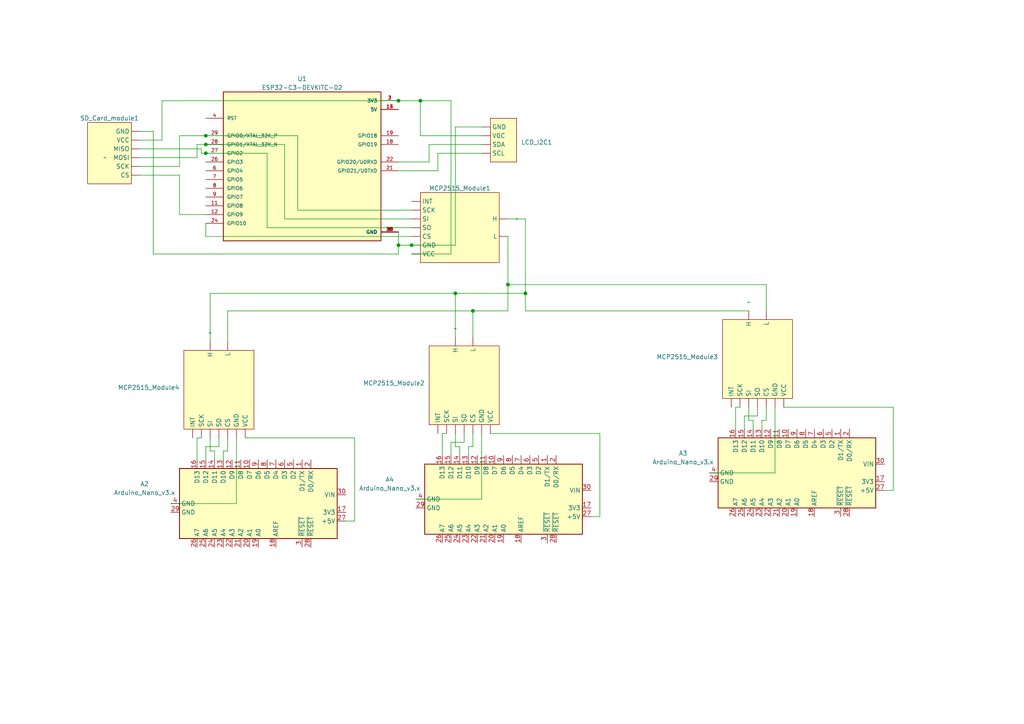
<source format=kicad_sch>
(kicad_sch (version 20230121) (generator eeschema)

  (uuid 47f460ff-5de8-4d8f-925a-72af6b9a6795)

  (paper "A4")

  (lib_symbols
    (symbol "BAJA:LCD_Screen" (in_bom yes) (on_board yes)
      (property "Reference" "LCD_I2C1" (at -1.905 -6.35 90)
        (effects (font (size 1.27 1.27)) (justify right))
      )
      (property "Value" "~" (at 0 0 0)
        (effects (font (size 1.27 1.27)))
      )
      (property "Footprint" "" (at 0 0 0)
        (effects (font (size 1.27 1.27)) hide)
      )
      (property "Datasheet" "" (at 0 0 0)
        (effects (font (size 1.27 1.27)) hide)
      )
      (symbol "LCD_Screen_1_1"
        (rectangle (start -7.62 2.54) (end 5.08 -5.08)
          (stroke (width 0) (type default))
          (fill (type background))
        )
        (pin bidirectional line (at 2.54 5.08 270) (length 2.54)
          (name "GND" (effects (font (size 1.27 1.27))))
          (number "" (effects (font (size 1.27 1.27))))
        )
        (pin bidirectional line (at -5.08 5.08 270) (length 2.54)
          (name "SCL" (effects (font (size 1.27 1.27))))
          (number "" (effects (font (size 1.27 1.27))))
        )
        (pin bidirectional line (at -2.54 5.08 270) (length 2.54)
          (name "SDA" (effects (font (size 1.27 1.27))))
          (number "" (effects (font (size 1.27 1.27))))
        )
        (pin power_in line (at 0 5.08 270) (length 2.54)
          (name "VCC" (effects (font (size 1.27 1.27))))
          (number "" (effects (font (size 1.27 1.27))))
        )
      )
    )
    (symbol "BAJA:MCP2515_Module" (in_bom yes) (on_board yes)
      (property "Reference" "MCP2515_Module4" (at -11.43 -8.255 0)
        (effects (font (size 1.27 1.27)) (justify right))
      )
      (property "Value" "~" (at -2.54 7.62 0)
        (effects (font (size 1.27 1.27)))
      )
      (property "Footprint" "" (at -2.54 7.62 0)
        (effects (font (size 1.27 1.27)) hide)
      )
      (property "Datasheet" "" (at -2.54 7.62 0)
        (effects (font (size 1.27 1.27)) hide)
      )
      (symbol "MCP2515_Module_1_1"
        (rectangle (start -10.16 2.54) (end 10.16 -20.32)
          (stroke (width 0) (type default))
          (fill (type background))
        )
        (pin bidirectional line (at 2.54 -22.86 90) (length 2.54)
          (name "CS" (effects (font (size 1.27 1.27))))
          (number "" (effects (font (size 1.27 1.27))))
        )
        (pin bidirectional line (at 5.08 -22.86 90) (length 2.54)
          (name "GND" (effects (font (size 1.27 1.27))))
          (number "" (effects (font (size 1.27 1.27))))
        )
        (pin bidirectional line (at -2.54 5.08 270) (length 2.54)
          (name "H" (effects (font (size 1.27 1.27))))
          (number "" (effects (font (size 1.27 1.27))))
        )
        (pin bidirectional line (at -7.62 -22.86 90) (length 2.54)
          (name "INT" (effects (font (size 1.27 1.27))))
          (number "" (effects (font (size 1.27 1.27))))
        )
        (pin bidirectional line (at 2.54 5.08 270) (length 2.54)
          (name "L" (effects (font (size 1.27 1.27))))
          (number "" (effects (font (size 1.27 1.27))))
        )
        (pin bidirectional line (at -5.08 -22.86 90) (length 2.54)
          (name "SCK" (effects (font (size 1.27 1.27))))
          (number "" (effects (font (size 1.27 1.27))))
        )
        (pin bidirectional line (at -2.54 -22.86 90) (length 2.54)
          (name "SI" (effects (font (size 1.27 1.27))))
          (number "" (effects (font (size 1.27 1.27))))
        )
        (pin bidirectional line (at 0 -22.86 90) (length 2.54)
          (name "SO" (effects (font (size 1.27 1.27))))
          (number "" (effects (font (size 1.27 1.27))))
        )
        (pin power_in line (at 7.62 -22.86 90) (length 2.54)
          (name "VCC" (effects (font (size 1.27 1.27))))
          (number "" (effects (font (size 1.27 1.27))))
        )
      )
    )
    (symbol "BAJA:SD_Card_Module" (in_bom yes) (on_board yes)
      (property "Reference" "SD_Card_module1" (at 10.16 2.54 0)
        (effects (font (size 1.27 1.27)) (justify left))
      )
      (property "Value" "~" (at 0 0 0)
        (effects (font (size 1.27 1.27)))
      )
      (property "Footprint" "" (at 0 0 0)
        (effects (font (size 1.27 1.27)) hide)
      )
      (property "Datasheet" "" (at 0 0 0)
        (effects (font (size 1.27 1.27)) hide)
      )
      (symbol "SD_Card_Module_1_1"
        (rectangle (start -7.62 7.62) (end 5.08 -10.16)
          (stroke (width 0) (type default))
          (fill (type background))
        )
        (pin output line (at -10.16 5.08 0) (length 2.54)
          (name "CS" (effects (font (size 1.27 1.27))))
          (number "" (effects (font (size 1.27 1.27))))
        )
        (pin output line (at -10.16 -7.62 0) (length 2.54)
          (name "GND" (effects (font (size 1.27 1.27))))
          (number "" (effects (font (size 1.27 1.27))))
        )
        (pin output line (at -10.16 -2.54 0) (length 2.54)
          (name "MISO" (effects (font (size 1.27 1.27))))
          (number "" (effects (font (size 1.27 1.27))))
        )
        (pin output line (at -10.16 0 0) (length 2.54)
          (name "MOSI" (effects (font (size 1.27 1.27))))
          (number "" (effects (font (size 1.27 1.27))))
        )
        (pin output line (at -10.16 2.54 0) (length 2.54)
          (name "SCK" (effects (font (size 1.27 1.27))))
          (number "" (effects (font (size 1.27 1.27))))
        )
        (pin output line (at -10.16 -5.08 0) (length 2.54)
          (name "VCC" (effects (font (size 1.27 1.27))))
          (number "" (effects (font (size 1.27 1.27))))
        )
      )
    )
    (symbol "ESP32-C3-DEVKITC-02:ESP32-C3-DEVKITC-02" (pin_names (offset 1.016)) (in_bom yes) (on_board yes)
      (property "Reference" "U" (at -22.86 21.209 0)
        (effects (font (size 1.27 1.27)) (justify left bottom))
      )
      (property "Value" "ESP32-C3-DEVKITC-02" (at -22.86 -25.4 0)
        (effects (font (size 1.27 1.27)) (justify left bottom))
      )
      (property "Footprint" "XCVR_ESP32-C3-DEVKITC-02" (at 0 0 0)
        (effects (font (size 1.27 1.27)) (justify bottom) hide)
      )
      (property "Datasheet" "" (at 0 0 0)
        (effects (font (size 1.27 1.27)) hide)
      )
      (property "MANUFACTURER" "Espressif" (at 0 0 0)
        (effects (font (size 1.27 1.27)) (justify bottom) hide)
      )
      (property "STANDARD" "Manufacturer Recommendations" (at 0 0 0)
        (effects (font (size 1.27 1.27)) (justify bottom) hide)
      )
      (symbol "ESP32-C3-DEVKITC-02_0_0"
        (rectangle (start -22.86 -22.86) (end 22.86 20.32)
          (stroke (width 0.254) (type default))
          (fill (type background))
        )
        (pin power_in line (at 27.94 -20.32 180) (length 5.08)
          (name "GND" (effects (font (size 1.016 1.016))))
          (number "1" (effects (font (size 1.016 1.016))))
        )
        (pin power_in line (at 27.94 -20.32 180) (length 5.08)
          (name "GND" (effects (font (size 1.016 1.016))))
          (number "10" (effects (font (size 1.016 1.016))))
        )
        (pin bidirectional line (at -27.94 -12.7 0) (length 5.08)
          (name "GPIO8" (effects (font (size 1.016 1.016))))
          (number "11" (effects (font (size 1.016 1.016))))
        )
        (pin bidirectional line (at -27.94 -15.24 0) (length 5.08)
          (name "GPIO9" (effects (font (size 1.016 1.016))))
          (number "12" (effects (font (size 1.016 1.016))))
        )
        (pin power_in line (at 27.94 15.24 180) (length 5.08)
          (name "5V" (effects (font (size 1.016 1.016))))
          (number "13" (effects (font (size 1.016 1.016))))
        )
        (pin power_in line (at 27.94 15.24 180) (length 5.08)
          (name "5V" (effects (font (size 1.016 1.016))))
          (number "14" (effects (font (size 1.016 1.016))))
        )
        (pin power_in line (at 27.94 -20.32 180) (length 5.08)
          (name "GND" (effects (font (size 1.016 1.016))))
          (number "15" (effects (font (size 1.016 1.016))))
        )
        (pin power_in line (at 27.94 -20.32 180) (length 5.08)
          (name "GND" (effects (font (size 1.016 1.016))))
          (number "16" (effects (font (size 1.016 1.016))))
        )
        (pin power_in line (at 27.94 -20.32 180) (length 5.08)
          (name "GND" (effects (font (size 1.016 1.016))))
          (number "17" (effects (font (size 1.016 1.016))))
        )
        (pin bidirectional line (at 27.94 5.08 180) (length 5.08)
          (name "GPIO19" (effects (font (size 1.016 1.016))))
          (number "18" (effects (font (size 1.016 1.016))))
        )
        (pin bidirectional line (at 27.94 7.62 180) (length 5.08)
          (name "GPIO18" (effects (font (size 1.016 1.016))))
          (number "19" (effects (font (size 1.016 1.016))))
        )
        (pin power_in line (at 27.94 17.78 180) (length 5.08)
          (name "3V3" (effects (font (size 1.016 1.016))))
          (number "2" (effects (font (size 1.016 1.016))))
        )
        (pin power_in line (at 27.94 -20.32 180) (length 5.08)
          (name "GND" (effects (font (size 1.016 1.016))))
          (number "20" (effects (font (size 1.016 1.016))))
        )
        (pin bidirectional line (at 27.94 -2.54 180) (length 5.08)
          (name "GPIO21/U0TXD" (effects (font (size 1.016 1.016))))
          (number "21" (effects (font (size 1.016 1.016))))
        )
        (pin bidirectional line (at 27.94 0 180) (length 5.08)
          (name "GPIO20/U0RXD" (effects (font (size 1.016 1.016))))
          (number "22" (effects (font (size 1.016 1.016))))
        )
        (pin power_in line (at 27.94 -20.32 180) (length 5.08)
          (name "GND" (effects (font (size 1.016 1.016))))
          (number "23" (effects (font (size 1.016 1.016))))
        )
        (pin bidirectional line (at -27.94 -17.78 0) (length 5.08)
          (name "GPIO10" (effects (font (size 1.016 1.016))))
          (number "24" (effects (font (size 1.016 1.016))))
        )
        (pin power_in line (at 27.94 -20.32 180) (length 5.08)
          (name "GND" (effects (font (size 1.016 1.016))))
          (number "25" (effects (font (size 1.016 1.016))))
        )
        (pin bidirectional line (at -27.94 0 0) (length 5.08)
          (name "GPIO3" (effects (font (size 1.016 1.016))))
          (number "26" (effects (font (size 1.016 1.016))))
        )
        (pin bidirectional line (at -27.94 2.54 0) (length 5.08)
          (name "GPIO2" (effects (font (size 1.016 1.016))))
          (number "27" (effects (font (size 1.016 1.016))))
        )
        (pin bidirectional line (at -27.94 5.08 0) (length 5.08)
          (name "GPIO1/XTAL_32K_N" (effects (font (size 1.016 1.016))))
          (number "28" (effects (font (size 1.016 1.016))))
        )
        (pin bidirectional line (at -27.94 7.62 0) (length 5.08)
          (name "GPIO0/XTAL_32K_P" (effects (font (size 1.016 1.016))))
          (number "29" (effects (font (size 1.016 1.016))))
        )
        (pin power_in line (at 27.94 17.78 180) (length 5.08)
          (name "3V3" (effects (font (size 1.016 1.016))))
          (number "3" (effects (font (size 1.016 1.016))))
        )
        (pin power_in line (at 27.94 -20.32 180) (length 5.08)
          (name "GND" (effects (font (size 1.016 1.016))))
          (number "30" (effects (font (size 1.016 1.016))))
        )
        (pin input line (at -27.94 12.7 0) (length 5.08)
          (name "RST" (effects (font (size 1.016 1.016))))
          (number "4" (effects (font (size 1.016 1.016))))
        )
        (pin power_in line (at 27.94 -20.32 180) (length 5.08)
          (name "GND" (effects (font (size 1.016 1.016))))
          (number "5" (effects (font (size 1.016 1.016))))
        )
        (pin bidirectional line (at -27.94 -2.54 0) (length 5.08)
          (name "GPIO4" (effects (font (size 1.016 1.016))))
          (number "6" (effects (font (size 1.016 1.016))))
        )
        (pin bidirectional line (at -27.94 -5.08 0) (length 5.08)
          (name "GPIO5" (effects (font (size 1.016 1.016))))
          (number "7" (effects (font (size 1.016 1.016))))
        )
        (pin bidirectional line (at -27.94 -7.62 0) (length 5.08)
          (name "GPIO6" (effects (font (size 1.016 1.016))))
          (number "8" (effects (font (size 1.016 1.016))))
        )
        (pin bidirectional line (at -27.94 -10.16 0) (length 5.08)
          (name "GPIO7" (effects (font (size 1.016 1.016))))
          (number "9" (effects (font (size 1.016 1.016))))
        )
      )
    )
    (symbol "MCP2515_Module_1" (in_bom yes) (on_board yes)
      (property "Reference" "MCP2515_Module2" (at -11.43 -8.255 0)
        (effects (font (size 1.27 1.27)) (justify right))
      )
      (property "Value" "~" (at -2.54 7.62 0)
        (effects (font (size 1.27 1.27)))
      )
      (property "Footprint" "" (at -2.54 7.62 0)
        (effects (font (size 1.27 1.27)) hide)
      )
      (property "Datasheet" "" (at -2.54 7.62 0)
        (effects (font (size 1.27 1.27)) hide)
      )
      (symbol "MCP2515_Module_1_1_1"
        (rectangle (start -10.16 2.54) (end 10.16 -20.32)
          (stroke (width 0) (type default))
          (fill (type background))
        )
        (pin bidirectional line (at 2.54 -22.86 90) (length 2.54)
          (name "CS" (effects (font (size 1.27 1.27))))
          (number "" (effects (font (size 1.27 1.27))))
        )
        (pin bidirectional line (at 5.08 -22.86 90) (length 2.54)
          (name "GND" (effects (font (size 1.27 1.27))))
          (number "" (effects (font (size 1.27 1.27))))
        )
        (pin bidirectional line (at -2.54 5.08 270) (length 2.54)
          (name "H" (effects (font (size 1.27 1.27))))
          (number "" (effects (font (size 1.27 1.27))))
        )
        (pin bidirectional line (at -7.62 -22.86 90) (length 2.54)
          (name "INT" (effects (font (size 1.27 1.27))))
          (number "" (effects (font (size 1.27 1.27))))
        )
        (pin bidirectional line (at 2.54 5.08 270) (length 2.54)
          (name "L" (effects (font (size 1.27 1.27))))
          (number "" (effects (font (size 1.27 1.27))))
        )
        (pin bidirectional line (at -5.08 -22.86 90) (length 2.54)
          (name "SCK" (effects (font (size 1.27 1.27))))
          (number "" (effects (font (size 1.27 1.27))))
        )
        (pin bidirectional line (at -2.54 -22.86 90) (length 2.54)
          (name "SI" (effects (font (size 1.27 1.27))))
          (number "" (effects (font (size 1.27 1.27))))
        )
        (pin bidirectional line (at 0 -22.86 90) (length 2.54)
          (name "SO" (effects (font (size 1.27 1.27))))
          (number "" (effects (font (size 1.27 1.27))))
        )
        (pin power_in line (at 7.62 -22.86 90) (length 2.54)
          (name "VCC" (effects (font (size 1.27 1.27))))
          (number "" (effects (font (size 1.27 1.27))))
        )
      )
    )
    (symbol "MCP2515_Module_2" (in_bom yes) (on_board yes)
      (property "Reference" "MCP2515_Module1" (at -11.43 -8.89 90)
        (effects (font (size 1.27 1.27)))
      )
      (property "Value" "~" (at -2.54 7.62 0)
        (effects (font (size 1.27 1.27)))
      )
      (property "Footprint" "" (at -2.54 7.62 0)
        (effects (font (size 1.27 1.27)) hide)
      )
      (property "Datasheet" "" (at -2.54 7.62 0)
        (effects (font (size 1.27 1.27)) hide)
      )
      (symbol "MCP2515_Module_2_1_1"
        (rectangle (start -10.16 2.54) (end 10.16 -20.32)
          (stroke (width 0) (type default))
          (fill (type background))
        )
        (pin bidirectional line (at 2.54 -22.86 90) (length 2.54)
          (name "CS" (effects (font (size 1.27 1.27))))
          (number "" (effects (font (size 1.27 1.27))))
        )
        (pin bidirectional line (at 5.08 -22.86 90) (length 2.54)
          (name "GND" (effects (font (size 1.27 1.27))))
          (number "" (effects (font (size 1.27 1.27))))
        )
        (pin bidirectional line (at -2.54 5.08 270) (length 2.54)
          (name "H" (effects (font (size 1.27 1.27))))
          (number "" (effects (font (size 1.27 1.27))))
        )
        (pin bidirectional line (at -7.62 -22.86 90) (length 2.54)
          (name "INT" (effects (font (size 1.27 1.27))))
          (number "" (effects (font (size 1.27 1.27))))
        )
        (pin bidirectional line (at 2.54 5.08 270) (length 2.54)
          (name "L" (effects (font (size 1.27 1.27))))
          (number "" (effects (font (size 1.27 1.27))))
        )
        (pin bidirectional line (at -5.08 -22.86 90) (length 2.54)
          (name "SCK" (effects (font (size 1.27 1.27))))
          (number "" (effects (font (size 1.27 1.27))))
        )
        (pin bidirectional line (at -2.54 -22.86 90) (length 2.54)
          (name "SI" (effects (font (size 1.27 1.27))))
          (number "" (effects (font (size 1.27 1.27))))
        )
        (pin bidirectional line (at 0 -22.86 90) (length 2.54)
          (name "SO" (effects (font (size 1.27 1.27))))
          (number "" (effects (font (size 1.27 1.27))))
        )
        (pin power_in line (at 7.62 -22.86 90) (length 2.54)
          (name "VCC" (effects (font (size 1.27 1.27))))
          (number "" (effects (font (size 1.27 1.27))))
        )
      )
    )
    (symbol "MCP2515_Module_3" (in_bom yes) (on_board yes)
      (property "Reference" "MCP2515_Module3" (at -11.43 -8.255 0)
        (effects (font (size 1.27 1.27)) (justify right))
      )
      (property "Value" "~" (at -2.54 7.62 0)
        (effects (font (size 1.27 1.27)))
      )
      (property "Footprint" "" (at -2.54 7.62 0)
        (effects (font (size 1.27 1.27)) hide)
      )
      (property "Datasheet" "" (at -2.54 7.62 0)
        (effects (font (size 1.27 1.27)) hide)
      )
      (symbol "MCP2515_Module_3_1_1"
        (rectangle (start -10.16 2.54) (end 10.16 -20.32)
          (stroke (width 0) (type default))
          (fill (type background))
        )
        (pin bidirectional line (at 2.54 -22.86 90) (length 2.54)
          (name "CS" (effects (font (size 1.27 1.27))))
          (number "" (effects (font (size 1.27 1.27))))
        )
        (pin bidirectional line (at 5.08 -22.86 90) (length 2.54)
          (name "GND" (effects (font (size 1.27 1.27))))
          (number "" (effects (font (size 1.27 1.27))))
        )
        (pin bidirectional line (at -2.54 5.08 270) (length 2.54)
          (name "H" (effects (font (size 1.27 1.27))))
          (number "" (effects (font (size 1.27 1.27))))
        )
        (pin bidirectional line (at -7.62 -22.86 90) (length 2.54)
          (name "INT" (effects (font (size 1.27 1.27))))
          (number "" (effects (font (size 1.27 1.27))))
        )
        (pin bidirectional line (at 2.54 5.08 270) (length 2.54)
          (name "L" (effects (font (size 1.27 1.27))))
          (number "" (effects (font (size 1.27 1.27))))
        )
        (pin bidirectional line (at -5.08 -22.86 90) (length 2.54)
          (name "SCK" (effects (font (size 1.27 1.27))))
          (number "" (effects (font (size 1.27 1.27))))
        )
        (pin bidirectional line (at -2.54 -22.86 90) (length 2.54)
          (name "SI" (effects (font (size 1.27 1.27))))
          (number "" (effects (font (size 1.27 1.27))))
        )
        (pin bidirectional line (at 0 -22.86 90) (length 2.54)
          (name "SO" (effects (font (size 1.27 1.27))))
          (number "" (effects (font (size 1.27 1.27))))
        )
        (pin power_in line (at 7.62 -22.86 90) (length 2.54)
          (name "VCC" (effects (font (size 1.27 1.27))))
          (number "" (effects (font (size 1.27 1.27))))
        )
      )
    )
    (symbol "MCU_Module:Arduino_Nano_v3.x" (in_bom yes) (on_board yes)
      (property "Reference" "A" (at -10.16 23.495 0)
        (effects (font (size 1.27 1.27)) (justify left bottom))
      )
      (property "Value" "Arduino_Nano_v3.x" (at 5.08 -24.13 0)
        (effects (font (size 1.27 1.27)) (justify left top))
      )
      (property "Footprint" "Module:Arduino_Nano" (at 0 0 0)
        (effects (font (size 1.27 1.27) italic) hide)
      )
      (property "Datasheet" "http://www.mouser.com/pdfdocs/Gravitech_Arduino_Nano3_0.pdf" (at 0 0 0)
        (effects (font (size 1.27 1.27)) hide)
      )
      (property "ki_keywords" "Arduino nano microcontroller module USB" (at 0 0 0)
        (effects (font (size 1.27 1.27)) hide)
      )
      (property "ki_description" "Arduino Nano v3.x" (at 0 0 0)
        (effects (font (size 1.27 1.27)) hide)
      )
      (property "ki_fp_filters" "Arduino*Nano*" (at 0 0 0)
        (effects (font (size 1.27 1.27)) hide)
      )
      (symbol "Arduino_Nano_v3.x_0_1"
        (rectangle (start -10.16 22.86) (end 10.16 -22.86)
          (stroke (width 0.254) (type default))
          (fill (type background))
        )
      )
      (symbol "Arduino_Nano_v3.x_1_1"
        (pin bidirectional line (at -12.7 12.7 0) (length 2.54)
          (name "D1/TX" (effects (font (size 1.27 1.27))))
          (number "1" (effects (font (size 1.27 1.27))))
        )
        (pin bidirectional line (at -12.7 -2.54 0) (length 2.54)
          (name "D7" (effects (font (size 1.27 1.27))))
          (number "10" (effects (font (size 1.27 1.27))))
        )
        (pin bidirectional line (at -12.7 -5.08 0) (length 2.54)
          (name "D8" (effects (font (size 1.27 1.27))))
          (number "11" (effects (font (size 1.27 1.27))))
        )
        (pin bidirectional line (at -12.7 -7.62 0) (length 2.54)
          (name "D9" (effects (font (size 1.27 1.27))))
          (number "12" (effects (font (size 1.27 1.27))))
        )
        (pin bidirectional line (at -12.7 -10.16 0) (length 2.54)
          (name "D10" (effects (font (size 1.27 1.27))))
          (number "13" (effects (font (size 1.27 1.27))))
        )
        (pin bidirectional line (at -12.7 -12.7 0) (length 2.54)
          (name "D11" (effects (font (size 1.27 1.27))))
          (number "14" (effects (font (size 1.27 1.27))))
        )
        (pin bidirectional line (at -12.7 -15.24 0) (length 2.54)
          (name "D12" (effects (font (size 1.27 1.27))))
          (number "15" (effects (font (size 1.27 1.27))))
        )
        (pin bidirectional line (at -12.7 -17.78 0) (length 2.54)
          (name "D13" (effects (font (size 1.27 1.27))))
          (number "16" (effects (font (size 1.27 1.27))))
        )
        (pin power_out line (at 2.54 25.4 270) (length 2.54)
          (name "3V3" (effects (font (size 1.27 1.27))))
          (number "17" (effects (font (size 1.27 1.27))))
        )
        (pin input line (at 12.7 5.08 180) (length 2.54)
          (name "AREF" (effects (font (size 1.27 1.27))))
          (number "18" (effects (font (size 1.27 1.27))))
        )
        (pin bidirectional line (at 12.7 0 180) (length 2.54)
          (name "A0" (effects (font (size 1.27 1.27))))
          (number "19" (effects (font (size 1.27 1.27))))
        )
        (pin bidirectional line (at -12.7 15.24 0) (length 2.54)
          (name "D0/RX" (effects (font (size 1.27 1.27))))
          (number "2" (effects (font (size 1.27 1.27))))
        )
        (pin bidirectional line (at 12.7 -2.54 180) (length 2.54)
          (name "A1" (effects (font (size 1.27 1.27))))
          (number "20" (effects (font (size 1.27 1.27))))
        )
        (pin bidirectional line (at 12.7 -5.08 180) (length 2.54)
          (name "A2" (effects (font (size 1.27 1.27))))
          (number "21" (effects (font (size 1.27 1.27))))
        )
        (pin bidirectional line (at 12.7 -7.62 180) (length 2.54)
          (name "A3" (effects (font (size 1.27 1.27))))
          (number "22" (effects (font (size 1.27 1.27))))
        )
        (pin bidirectional line (at 12.7 -10.16 180) (length 2.54)
          (name "A4" (effects (font (size 1.27 1.27))))
          (number "23" (effects (font (size 1.27 1.27))))
        )
        (pin bidirectional line (at 12.7 -12.7 180) (length 2.54)
          (name "A5" (effects (font (size 1.27 1.27))))
          (number "24" (effects (font (size 1.27 1.27))))
        )
        (pin bidirectional line (at 12.7 -15.24 180) (length 2.54)
          (name "A6" (effects (font (size 1.27 1.27))))
          (number "25" (effects (font (size 1.27 1.27))))
        )
        (pin bidirectional line (at 12.7 -17.78 180) (length 2.54)
          (name "A7" (effects (font (size 1.27 1.27))))
          (number "26" (effects (font (size 1.27 1.27))))
        )
        (pin power_out line (at 5.08 25.4 270) (length 2.54)
          (name "+5V" (effects (font (size 1.27 1.27))))
          (number "27" (effects (font (size 1.27 1.27))))
        )
        (pin input line (at 12.7 15.24 180) (length 2.54)
          (name "~{RESET}" (effects (font (size 1.27 1.27))))
          (number "28" (effects (font (size 1.27 1.27))))
        )
        (pin power_in line (at 2.54 -25.4 90) (length 2.54)
          (name "GND" (effects (font (size 1.27 1.27))))
          (number "29" (effects (font (size 1.27 1.27))))
        )
        (pin input line (at 12.7 12.7 180) (length 2.54)
          (name "~{RESET}" (effects (font (size 1.27 1.27))))
          (number "3" (effects (font (size 1.27 1.27))))
        )
        (pin power_in line (at -2.54 25.4 270) (length 2.54)
          (name "VIN" (effects (font (size 1.27 1.27))))
          (number "30" (effects (font (size 1.27 1.27))))
        )
        (pin power_in line (at 0 -25.4 90) (length 2.54)
          (name "GND" (effects (font (size 1.27 1.27))))
          (number "4" (effects (font (size 1.27 1.27))))
        )
        (pin bidirectional line (at -12.7 10.16 0) (length 2.54)
          (name "D2" (effects (font (size 1.27 1.27))))
          (number "5" (effects (font (size 1.27 1.27))))
        )
        (pin bidirectional line (at -12.7 7.62 0) (length 2.54)
          (name "D3" (effects (font (size 1.27 1.27))))
          (number "6" (effects (font (size 1.27 1.27))))
        )
        (pin bidirectional line (at -12.7 5.08 0) (length 2.54)
          (name "D4" (effects (font (size 1.27 1.27))))
          (number "7" (effects (font (size 1.27 1.27))))
        )
        (pin bidirectional line (at -12.7 2.54 0) (length 2.54)
          (name "D5" (effects (font (size 1.27 1.27))))
          (number "8" (effects (font (size 1.27 1.27))))
        )
        (pin bidirectional line (at -12.7 0 0) (length 2.54)
          (name "D6" (effects (font (size 1.27 1.27))))
          (number "9" (effects (font (size 1.27 1.27))))
        )
      )
    )
  )

  (junction (at 147.32 82.55) (diameter 0) (color 0 0 0 0)
    (uuid 19727c92-3a23-4a9f-88a8-28d07e888f75)
  )
  (junction (at 119.38 71.12) (diameter 0) (color 0 0 0 0)
    (uuid 210ada92-6c6e-45fd-8e1c-8707148b08dc)
  )
  (junction (at 115.57 71.12) (diameter 0) (color 0 0 0 0)
    (uuid 25c916fc-5327-47d3-8868-d07257a592aa)
  )
  (junction (at 115.57 29.21) (diameter 0) (color 0 0 0 0)
    (uuid 6b873986-6ff2-4382-8c5f-54474941ab9c)
  )
  (junction (at 59.69 41.91) (diameter 0) (color 0 0 0 0)
    (uuid 86705884-92f5-4f11-837b-3ec42fce16ff)
  )
  (junction (at 121.92 29.21) (diameter 0) (color 0 0 0 0)
    (uuid 97d84ccc-c846-482e-9c24-da0f3df45309)
  )
  (junction (at 132.08 85.09) (diameter 0) (color 0 0 0 0)
    (uuid 9e3d759b-54d7-452f-9ce8-9a5d4ed3f56b)
  )
  (junction (at 137.16 90.17) (diameter 0) (color 0 0 0 0)
    (uuid bd1bb10a-d3c8-47b8-b738-e21039b404fb)
  )
  (junction (at 59.69 39.37) (diameter 0) (color 0 0 0 0)
    (uuid ea100b5a-6385-408b-96ba-b3a0954c6abf)
  )
  (junction (at 152.4 85.09) (diameter 0) (color 0 0 0 0)
    (uuid ee2401bd-84fb-4263-8811-3ef540196779)
  )
  (junction (at 59.69 44.45) (diameter 0) (color 0 0 0 0)
    (uuid f7a94383-6312-4bc0-9b74-a59dda4de71d)
  )

  (wire (pts (xy 102.87 127) (xy 71.12 127))
    (stroke (width 0) (type default))
    (uuid 00497825-3b51-47b6-ab61-3b450ee3a807)
  )
  (wire (pts (xy 59.69 129.54) (xy 63.5 129.54))
    (stroke (width 0) (type default))
    (uuid 00b3a626-c1b5-4cd5-929a-bf5db5405cab)
  )
  (wire (pts (xy 100.33 151.13) (xy 102.87 151.13))
    (stroke (width 0) (type default))
    (uuid 00d2710d-0552-467c-b8e7-db1a84ee9501)
  )
  (wire (pts (xy 139.7 41.91) (xy 124.46 41.91))
    (stroke (width 0) (type default))
    (uuid 01c6eb23-517a-46a9-b34d-dd9d835dcb06)
  )
  (wire (pts (xy 224.79 118.11) (xy 224.79 137.16))
    (stroke (width 0) (type default))
    (uuid 02f98835-6cee-4aca-b5e9-7ba04141de3b)
  )
  (wire (pts (xy 213.36 124.46) (xy 213.36 118.11))
    (stroke (width 0) (type default))
    (uuid 04224711-6d5b-44bc-8407-6739051d21ac)
  )
  (wire (pts (xy 44.45 73.66) (xy 115.57 73.66))
    (stroke (width 0) (type default))
    (uuid 055a3e65-97aa-48a6-a728-ea370ce13b2f)
  )
  (wire (pts (xy 52.07 62.23) (xy 59.69 62.23))
    (stroke (width 0) (type default))
    (uuid 05a3c56a-3b08-4eb1-a60d-0e45663ab797)
  )
  (wire (pts (xy 152.4 85.09) (xy 152.4 63.5))
    (stroke (width 0) (type default))
    (uuid 06821049-739a-452f-aadf-8611f9e8abd4)
  )
  (wire (pts (xy 128.27 132.08) (xy 128.27 125.73))
    (stroke (width 0) (type default))
    (uuid 068b8485-bdef-4a94-963b-368501bd76b7)
  )
  (wire (pts (xy 147.32 82.55) (xy 222.25 82.55))
    (stroke (width 0) (type default))
    (uuid 06f0f77f-4e86-464b-96dd-8dae07007134)
  )
  (wire (pts (xy 130.81 29.21) (xy 121.92 29.21))
    (stroke (width 0) (type default))
    (uuid 073767d9-faaf-4472-9628-c419aa90deea)
  )
  (wire (pts (xy 115.57 71.12) (xy 115.57 67.31))
    (stroke (width 0) (type default))
    (uuid 08727907-3023-4016-8d70-9d5768a8e190)
  )
  (wire (pts (xy 152.4 90.17) (xy 152.4 85.09))
    (stroke (width 0) (type default))
    (uuid 0a140ff6-a7de-4e3a-95da-6efd046092d3)
  )
  (wire (pts (xy 77.47 66.04) (xy 77.47 44.45))
    (stroke (width 0) (type default))
    (uuid 0b786bf5-8bd2-4209-8116-2b3d9c330c1a)
  )
  (wire (pts (xy 139.7 44.45) (xy 127 44.45))
    (stroke (width 0) (type default))
    (uuid 0f99a17b-83d1-49b0-9a10-f06dcca9505a)
  )
  (wire (pts (xy 135.89 129.54) (xy 137.16 129.54))
    (stroke (width 0) (type default))
    (uuid 10315990-34cd-4be0-a8d7-a8bd359511f6)
  )
  (wire (pts (xy 66.04 130.81) (xy 66.04 127))
    (stroke (width 0) (type default))
    (uuid 1317d0ac-f161-434e-8d6b-19a68b85db16)
  )
  (wire (pts (xy 102.87 151.13) (xy 102.87 127))
    (stroke (width 0) (type default))
    (uuid 147cf101-ee1b-494d-b513-6557a2ef6610)
  )
  (wire (pts (xy 40.64 40.64) (xy 46.99 40.64))
    (stroke (width 0) (type default))
    (uuid 1b445dc6-a39d-4ad7-b20e-05d1f5019954)
  )
  (wire (pts (xy 52.07 48.26) (xy 52.07 39.37))
    (stroke (width 0) (type default))
    (uuid 1b4b7e90-bd50-4cfb-987f-d34d29dcea66)
  )
  (wire (pts (xy 66.04 90.17) (xy 66.04 99.06))
    (stroke (width 0) (type default))
    (uuid 1d55b842-afb8-47cc-a464-5f297f85880f)
  )
  (wire (pts (xy 58.42 43.18) (xy 58.42 44.45))
    (stroke (width 0) (type default))
    (uuid 1ffaf098-2ea1-4df6-b6e1-f4d7962e718a)
  )
  (wire (pts (xy 218.44 124.46) (xy 218.44 121.92))
    (stroke (width 0) (type default))
    (uuid 21111821-df83-4c65-a7f4-42dcb4cedf2f)
  )
  (wire (pts (xy 137.16 90.17) (xy 147.32 90.17))
    (stroke (width 0) (type default))
    (uuid 23296266-8c8c-4261-9e6f-cb12d536e767)
  )
  (wire (pts (xy 218.44 121.92) (xy 217.17 121.92))
    (stroke (width 0) (type default))
    (uuid 2454a7f4-dc32-44f3-b5c1-0f969a7db0d6)
  )
  (wire (pts (xy 86.36 39.37) (xy 59.69 39.37))
    (stroke (width 0) (type default))
    (uuid 26e47e87-863c-4aa4-be02-d82ff22df85f)
  )
  (wire (pts (xy 44.45 38.1) (xy 44.45 73.66))
    (stroke (width 0) (type default))
    (uuid 2a541437-5abf-4b9b-b8f3-f7a2ae4e3918)
  )
  (wire (pts (xy 121.92 29.21) (xy 115.57 29.21))
    (stroke (width 0) (type default))
    (uuid 2c50dc36-6e3c-4663-98c6-970546079d36)
  )
  (wire (pts (xy 133.35 132.08) (xy 133.35 129.54))
    (stroke (width 0) (type default))
    (uuid 2d0e41fd-d111-40f0-9fd5-e39bfba0c832)
  )
  (wire (pts (xy 222.25 121.92) (xy 222.25 118.11))
    (stroke (width 0) (type default))
    (uuid 2fb0159e-e910-4476-b781-ad17d492617e)
  )
  (wire (pts (xy 68.58 146.05) (xy 49.53 146.05))
    (stroke (width 0) (type default))
    (uuid 300eca85-2a18-456d-a0ca-b9bb4e310618)
  )
  (wire (pts (xy 62.23 130.81) (xy 60.96 130.81))
    (stroke (width 0) (type default))
    (uuid 34eefb99-b9da-45ba-a7fe-481801954238)
  )
  (wire (pts (xy 147.32 68.58) (xy 147.32 82.55))
    (stroke (width 0) (type default))
    (uuid 378fd758-1c12-4b84-8de2-3566fc90eefb)
  )
  (wire (pts (xy 57.15 45.72) (xy 57.15 41.91))
    (stroke (width 0) (type default))
    (uuid 38b80fb7-c62a-4606-8d73-6d483a94b378)
  )
  (wire (pts (xy 40.64 43.18) (xy 58.42 43.18))
    (stroke (width 0) (type default))
    (uuid 39247f78-16b5-42ae-97f0-627ae1e5f339)
  )
  (wire (pts (xy 147.32 90.17) (xy 147.32 82.55))
    (stroke (width 0) (type default))
    (uuid 3f848c08-4b18-42cc-83d1-771c77fe1922)
  )
  (wire (pts (xy 259.08 118.11) (xy 227.33 118.11))
    (stroke (width 0) (type default))
    (uuid 3fa5f5bd-71c4-4651-9ee7-1dacaa2dfe42)
  )
  (wire (pts (xy 217.17 121.92) (xy 217.17 118.11))
    (stroke (width 0) (type default))
    (uuid 411651ca-3893-4c8e-8be9-1a891960501b)
  )
  (wire (pts (xy 224.79 137.16) (xy 205.74 137.16))
    (stroke (width 0) (type default))
    (uuid 4237e93a-7b56-4b85-bbbe-2dc044cab7d6)
  )
  (wire (pts (xy 132.08 85.09) (xy 152.4 85.09))
    (stroke (width 0) (type default))
    (uuid 4343bee0-b862-41ce-b9f0-6a2b3db187fb)
  )
  (wire (pts (xy 124.46 41.91) (xy 124.46 46.99))
    (stroke (width 0) (type default))
    (uuid 4a202a56-3ff5-405b-8355-b710ac11179d)
  )
  (wire (pts (xy 137.16 97.79) (xy 137.16 90.17))
    (stroke (width 0) (type default))
    (uuid 4cda2966-0634-4829-9fe3-789cce95624b)
  )
  (wire (pts (xy 132.08 36.83) (xy 132.08 71.12))
    (stroke (width 0) (type default))
    (uuid 4d23537a-28d7-4d62-99b3-cb1a6bbf6280)
  )
  (wire (pts (xy 64.77 133.35) (xy 64.77 130.81))
    (stroke (width 0) (type default))
    (uuid 5306b1cb-22e4-4656-88cc-08a6081a2d7d)
  )
  (wire (pts (xy 119.38 66.04) (xy 77.47 66.04))
    (stroke (width 0) (type default))
    (uuid 540d7996-bc95-460e-a63f-e8604a5cc3ee)
  )
  (wire (pts (xy 60.96 85.09) (xy 132.08 85.09))
    (stroke (width 0) (type default))
    (uuid 54329d73-8a5f-40d3-b87d-6b2ef65c5903)
  )
  (wire (pts (xy 60.96 99.06) (xy 60.96 85.09))
    (stroke (width 0) (type default))
    (uuid 59880b6c-c1e8-4f08-bd55-2a40cdb289c3)
  )
  (wire (pts (xy 124.46 46.99) (xy 115.57 46.99))
    (stroke (width 0) (type default))
    (uuid 61cbf220-1921-4721-8049-e882e653d4b2)
  )
  (wire (pts (xy 64.77 130.81) (xy 66.04 130.81))
    (stroke (width 0) (type default))
    (uuid 623d6241-c144-4638-ba66-be570e6e84ae)
  )
  (wire (pts (xy 119.38 71.12) (xy 132.08 71.12))
    (stroke (width 0) (type default))
    (uuid 63f41375-c368-4c52-8761-7ef2a76d1a38)
  )
  (wire (pts (xy 128.27 125.73) (xy 129.54 125.73))
    (stroke (width 0) (type default))
    (uuid 7190b7e4-24a7-4e58-98b6-122c4ab5d59d)
  )
  (wire (pts (xy 63.5 129.54) (xy 63.5 127))
    (stroke (width 0) (type default))
    (uuid 788aaadf-6eda-43ab-8c4e-c0705231ec68)
  )
  (wire (pts (xy 115.57 73.66) (xy 115.57 71.12))
    (stroke (width 0) (type default))
    (uuid 792dd239-1617-4eb9-889d-16f71d394d4f)
  )
  (wire (pts (xy 40.64 38.1) (xy 44.45 38.1))
    (stroke (width 0) (type default))
    (uuid 7c0e64c3-8ac4-4084-8279-2439c62fc679)
  )
  (wire (pts (xy 173.99 125.73) (xy 142.24 125.73))
    (stroke (width 0) (type default))
    (uuid 7c350cde-6301-42a8-9d0e-158160044862)
  )
  (wire (pts (xy 220.98 124.46) (xy 220.98 121.92))
    (stroke (width 0) (type default))
    (uuid 7d053d0d-550b-4a1d-aa66-edbed60eec26)
  )
  (wire (pts (xy 60.96 130.81) (xy 60.96 127))
    (stroke (width 0) (type default))
    (uuid 7e8df847-a8b5-4246-adfa-2a00d016608a)
  )
  (wire (pts (xy 133.35 129.54) (xy 132.08 129.54))
    (stroke (width 0) (type default))
    (uuid 840fec28-d1db-4435-878c-ce611febe38d)
  )
  (wire (pts (xy 62.23 133.35) (xy 62.23 130.81))
    (stroke (width 0) (type default))
    (uuid 84448e03-b558-4c59-84b2-f8995e42a393)
  )
  (wire (pts (xy 46.99 29.21) (xy 115.57 29.21))
    (stroke (width 0) (type default))
    (uuid 84588314-8b86-4c8a-a105-47620bb65ce7)
  )
  (wire (pts (xy 52.07 39.37) (xy 59.69 39.37))
    (stroke (width 0) (type default))
    (uuid 8a86db3d-0d09-436f-8bf2-0d4893697b79)
  )
  (wire (pts (xy 139.7 144.78) (xy 120.65 144.78))
    (stroke (width 0) (type default))
    (uuid 8c79802c-fb32-4a4d-8e90-25f93bdd1dba)
  )
  (wire (pts (xy 139.7 39.37) (xy 121.92 39.37))
    (stroke (width 0) (type default))
    (uuid 8cd1f67d-7619-4ea2-b758-54cdd25b6c78)
  )
  (wire (pts (xy 137.16 90.17) (xy 66.04 90.17))
    (stroke (width 0) (type default))
    (uuid 8db0e592-1db3-4527-b9ed-35de80b906e8)
  )
  (wire (pts (xy 132.08 97.79) (xy 132.08 85.09))
    (stroke (width 0) (type default))
    (uuid 8f4e4e61-95a1-4b42-a684-e18810b299dd)
  )
  (wire (pts (xy 46.99 40.64) (xy 46.99 29.21))
    (stroke (width 0) (type default))
    (uuid 97d81b33-dbed-4e5f-92ec-a0b236054ec5)
  )
  (wire (pts (xy 119.38 60.96) (xy 86.36 60.96))
    (stroke (width 0) (type default))
    (uuid 9a95c9d4-c7b0-460a-84c6-e18420d02708)
  )
  (wire (pts (xy 132.08 129.54) (xy 132.08 125.73))
    (stroke (width 0) (type default))
    (uuid 9abe9112-9a4a-469b-8cc4-26a61ade0ffc)
  )
  (wire (pts (xy 215.9 120.65) (xy 219.71 120.65))
    (stroke (width 0) (type default))
    (uuid 9cb72ca1-a510-46bf-bc75-83b8bc96cb5b)
  )
  (wire (pts (xy 130.81 132.08) (xy 130.81 128.27))
    (stroke (width 0) (type default))
    (uuid 9e4f493e-dbe6-441a-a753-b7cb7f8caa83)
  )
  (wire (pts (xy 68.58 127) (xy 68.58 146.05))
    (stroke (width 0) (type default))
    (uuid 9f2d3704-bff0-4b46-ad38-86fb7c7ba27e)
  )
  (wire (pts (xy 139.7 125.73) (xy 139.7 144.78))
    (stroke (width 0) (type default))
    (uuid 9fa3f6b9-618d-496a-8ff9-ea2fbc10496c)
  )
  (wire (pts (xy 86.36 60.96) (xy 86.36 39.37))
    (stroke (width 0) (type default))
    (uuid a0809940-60da-4e81-bda7-7ba3812565b5)
  )
  (wire (pts (xy 40.64 50.8) (xy 52.07 50.8))
    (stroke (width 0) (type default))
    (uuid a3463cc5-d81e-4c1d-b5ee-47e8e59799ae)
  )
  (wire (pts (xy 135.89 132.08) (xy 135.89 129.54))
    (stroke (width 0) (type default))
    (uuid a7bb3486-f2f7-4704-a720-8b10a2ce8e2d)
  )
  (wire (pts (xy 121.92 39.37) (xy 121.92 29.21))
    (stroke (width 0) (type default))
    (uuid b28ebbcc-585a-4d23-ab34-5e10a2f33a63)
  )
  (wire (pts (xy 59.69 133.35) (xy 59.69 129.54))
    (stroke (width 0) (type default))
    (uuid b371c86a-e68a-47ce-b1fb-9dff9dd2e3fe)
  )
  (wire (pts (xy 139.7 36.83) (xy 132.08 36.83))
    (stroke (width 0) (type default))
    (uuid b3c61f14-e5e7-460d-879c-4cff4de86033)
  )
  (wire (pts (xy 58.42 44.45) (xy 59.69 44.45))
    (stroke (width 0) (type default))
    (uuid bab67de9-f4ba-4967-bacf-a2f5831209dd)
  )
  (wire (pts (xy 77.47 44.45) (xy 59.69 44.45))
    (stroke (width 0) (type default))
    (uuid bed42420-2d41-4a01-bb7c-61da997c2bc0)
  )
  (wire (pts (xy 52.07 50.8) (xy 52.07 62.23))
    (stroke (width 0) (type default))
    (uuid c6d2af32-e6c2-41fe-be8c-fad60d8515d2)
  )
  (wire (pts (xy 130.81 128.27) (xy 134.62 128.27))
    (stroke (width 0) (type default))
    (uuid c9b9c285-03cc-4596-9dd3-604ea6195041)
  )
  (wire (pts (xy 220.98 121.92) (xy 222.25 121.92))
    (stroke (width 0) (type default))
    (uuid ccdf68ac-cbfb-44ef-8a4e-b0da081b7c01)
  )
  (wire (pts (xy 57.15 41.91) (xy 59.69 41.91))
    (stroke (width 0) (type default))
    (uuid d07166b6-ef05-4939-a3d3-2e1473ab19b4)
  )
  (wire (pts (xy 217.17 90.17) (xy 152.4 90.17))
    (stroke (width 0) (type default))
    (uuid d632365e-618c-46c3-b569-444d7aea1863)
  )
  (wire (pts (xy 130.81 73.66) (xy 130.81 29.21))
    (stroke (width 0) (type default))
    (uuid db55d3e1-730d-4540-bd55-af6fd1dac788)
  )
  (wire (pts (xy 119.38 63.5) (xy 82.55 63.5))
    (stroke (width 0) (type default))
    (uuid dcc5ac3a-c44a-424b-9b62-2bc4a89ca593)
  )
  (wire (pts (xy 40.64 48.26) (xy 52.07 48.26))
    (stroke (width 0) (type default))
    (uuid dddfd4d2-5929-4b2b-9281-1d5981f1ec70)
  )
  (wire (pts (xy 256.54 142.24) (xy 259.08 142.24))
    (stroke (width 0) (type default))
    (uuid de88fccd-b93b-4387-993d-7b5eb1f3245c)
  )
  (wire (pts (xy 59.69 41.91) (xy 82.55 41.91))
    (stroke (width 0) (type default))
    (uuid dfeea24a-12a9-4972-8270-377a202769bd)
  )
  (wire (pts (xy 173.99 149.86) (xy 173.99 125.73))
    (stroke (width 0) (type default))
    (uuid e00ffee9-8c6b-4e7f-aa51-14bda18456c8)
  )
  (wire (pts (xy 171.45 149.86) (xy 173.99 149.86))
    (stroke (width 0) (type default))
    (uuid e055814f-0048-4076-918c-67256aeb9f52)
  )
  (wire (pts (xy 57.15 127) (xy 58.42 127))
    (stroke (width 0) (type default))
    (uuid e0f86bba-65b9-48d3-ae20-de7f32a8c569)
  )
  (wire (pts (xy 115.57 71.12) (xy 119.38 71.12))
    (stroke (width 0) (type default))
    (uuid e307aa56-1d4b-4e8f-b26a-786151a677ab)
  )
  (wire (pts (xy 222.25 90.17) (xy 222.25 82.55))
    (stroke (width 0) (type default))
    (uuid e5073c8c-15fc-4187-b60d-acb02ba93f31)
  )
  (wire (pts (xy 40.64 45.72) (xy 57.15 45.72))
    (stroke (width 0) (type default))
    (uuid e64b19ef-bb10-4964-9471-99c91002e3cb)
  )
  (wire (pts (xy 82.55 63.5) (xy 82.55 41.91))
    (stroke (width 0) (type default))
    (uuid ea207b6c-df53-4c39-995a-8da6940b6e06)
  )
  (wire (pts (xy 119.38 73.66) (xy 130.81 73.66))
    (stroke (width 0) (type default))
    (uuid eaabaa50-2d37-4207-a0f2-38fb55290bdb)
  )
  (wire (pts (xy 59.69 68.58) (xy 59.69 64.77))
    (stroke (width 0) (type default))
    (uuid ed5cd7f6-d32a-4717-bb38-992d72f05e9a)
  )
  (wire (pts (xy 134.62 128.27) (xy 134.62 125.73))
    (stroke (width 0) (type default))
    (uuid f05775dd-99df-416e-a4b6-74d66f20871a)
  )
  (wire (pts (xy 127 44.45) (xy 127 49.53))
    (stroke (width 0) (type default))
    (uuid f1192396-7e1a-4e15-a155-11f587c7e57a)
  )
  (wire (pts (xy 215.9 124.46) (xy 215.9 120.65))
    (stroke (width 0) (type default))
    (uuid f525ad91-ed4e-414a-b450-5b0b79872df3)
  )
  (wire (pts (xy 137.16 129.54) (xy 137.16 125.73))
    (stroke (width 0) (type default))
    (uuid f5af4006-ebd8-442d-a0d6-8aad22b50db6)
  )
  (wire (pts (xy 119.38 68.58) (xy 59.69 68.58))
    (stroke (width 0) (type default))
    (uuid f6574446-eda5-4398-8063-3858fc9792a5)
  )
  (wire (pts (xy 213.36 118.11) (xy 214.63 118.11))
    (stroke (width 0) (type default))
    (uuid f9b69a09-6754-4bc1-91ce-cbe2258a9a8d)
  )
  (wire (pts (xy 259.08 142.24) (xy 259.08 118.11))
    (stroke (width 0) (type default))
    (uuid facb1fa7-62a0-4194-bdc3-6adc27b8b2f0)
  )
  (wire (pts (xy 57.15 133.35) (xy 57.15 127))
    (stroke (width 0) (type default))
    (uuid fc7b46a6-6f2e-494f-bcd0-1ad05d2ad344)
  )
  (wire (pts (xy 127 49.53) (xy 115.57 49.53))
    (stroke (width 0) (type default))
    (uuid fc88e03a-b267-4c71-94e9-cc215c433f55)
  )
  (wire (pts (xy 219.71 120.65) (xy 219.71 118.11))
    (stroke (width 0) (type default))
    (uuid fff1ddc3-704b-402a-9184-0b56c7a39a01)
  )
  (wire (pts (xy 152.4 63.5) (xy 147.32 63.5))
    (stroke (width 0) (type default))
    (uuid fffbb82a-b2ed-40b7-acba-169335524038)
  )

  (symbol (lib_name "MCP2515_Module_1") (lib_id "BAJA:MCP2515_Module") (at 134.62 102.87 0) (unit 1)
    (in_bom yes) (on_board yes) (dnp no) (fields_autoplaced)
    (uuid 0159be13-497d-4d20-84b9-9839b4dc356d)
    (property "Reference" "MCP2515_Module2" (at 123.19 111.125 0)
      (effects (font (size 1.27 1.27)) (justify right))
    )
    (property "Value" "~" (at 132.08 95.25 0)
      (effects (font (size 1.27 1.27)))
    )
    (property "Footprint" "" (at 132.08 95.25 0)
      (effects (font (size 1.27 1.27)) hide)
    )
    (property "Datasheet" "" (at 132.08 95.25 0)
      (effects (font (size 1.27 1.27)) hide)
    )
    (pin "" (uuid 63e43b1d-f14d-4f0a-9315-a2c76b98ccd1))
    (pin "" (uuid 63e43b1d-f14d-4f0a-9315-a2c76b98ccd1))
    (pin "" (uuid 63e43b1d-f14d-4f0a-9315-a2c76b98ccd1))
    (pin "" (uuid 63e43b1d-f14d-4f0a-9315-a2c76b98ccd1))
    (pin "" (uuid 63e43b1d-f14d-4f0a-9315-a2c76b98ccd1))
    (pin "" (uuid 63e43b1d-f14d-4f0a-9315-a2c76b98ccd1))
    (pin "" (uuid 63e43b1d-f14d-4f0a-9315-a2c76b98ccd1))
    (pin "" (uuid 63e43b1d-f14d-4f0a-9315-a2c76b98ccd1))
    (pin "" (uuid 63e43b1d-f14d-4f0a-9315-a2c76b98ccd1))
    (instances
      (project "BAJA_esp32"
        (path "/47f460ff-5de8-4d8f-925a-72af6b9a6795"
          (reference "MCP2515_Module2") (unit 1)
        )
      )
    )
  )

  (symbol (lib_id "MCU_Module:Arduino_Nano_v3.x") (at 146.05 144.78 270) (unit 1)
    (in_bom yes) (on_board yes) (dnp no) (fields_autoplaced)
    (uuid 09dc4a1e-8ab6-4f92-925c-ccde60e2f1df)
    (property "Reference" "A4" (at 113.03 139.0903 90)
      (effects (font (size 1.27 1.27)))
    )
    (property "Value" "Arduino_Nano_v3.x" (at 113.03 141.6303 90)
      (effects (font (size 1.27 1.27)))
    )
    (property "Footprint" "Module:Arduino_Nano" (at 146.05 144.78 0)
      (effects (font (size 1.27 1.27) italic) hide)
    )
    (property "Datasheet" "http://www.mouser.com/pdfdocs/Gravitech_Arduino_Nano3_0.pdf" (at 146.05 144.78 0)
      (effects (font (size 1.27 1.27)) hide)
    )
    (pin "1" (uuid 78a99a4a-f04b-4c8f-937c-d20fca70088b))
    (pin "10" (uuid d2d67707-7f2f-4158-8094-12c8c73c89c7))
    (pin "11" (uuid 9dfb46f3-b574-43f2-bc6a-a03e3d068879))
    (pin "12" (uuid 8c11faff-aa4f-4aad-a6fd-1f00c424b711))
    (pin "13" (uuid 373ec67a-f46d-418d-8a51-85a3d17d6fee))
    (pin "14" (uuid 56eac5d0-cd14-4c06-80b3-45611c5cc8f9))
    (pin "15" (uuid cb97af2b-c2ef-42b5-a883-63b8e6d50260))
    (pin "16" (uuid c3c21981-ab7c-474a-9dff-8ce022f73ead))
    (pin "17" (uuid c616e01f-ae69-4132-96c7-808afa681c23))
    (pin "18" (uuid 29efad2b-bbeb-459c-a124-a3eb1a606552))
    (pin "19" (uuid e6493c0e-8dcf-4827-a8dc-ff7ca82e87e7))
    (pin "2" (uuid 11597025-45d7-4e37-8a49-bdeaa617e3c3))
    (pin "20" (uuid 0878a90a-ef5f-4668-8fd1-6cf8ac531d67))
    (pin "21" (uuid 68b6b6c0-ca65-4ea0-8fac-3654a9998e86))
    (pin "22" (uuid a6c08ce2-0472-4a40-a7cb-4c271b8fbb81))
    (pin "23" (uuid 2dcd94b1-2a2f-44f0-b943-2f122af28339))
    (pin "24" (uuid 059f2be4-28ef-4002-bdd1-ddc16927d493))
    (pin "25" (uuid 2948da5d-c3aa-45bb-a7d3-88564ea20559))
    (pin "26" (uuid 25fda65a-1061-4d95-bc8b-12f4b7c4f416))
    (pin "27" (uuid b71f19b4-a2ea-4ce9-8b71-d6b524a9ef60))
    (pin "28" (uuid 6d94a919-5264-4d28-b609-856608ac5c9e))
    (pin "29" (uuid 27a0d850-a27b-462a-94f2-fee6edb1a3f9))
    (pin "3" (uuid c0001efa-3054-4f78-b904-bb889a3168c3))
    (pin "30" (uuid 3eb0dd62-9d6e-4c8a-a77d-237a01e185cd))
    (pin "4" (uuid 02d41f57-7a44-4f91-97b7-3d1fede42659))
    (pin "5" (uuid fc94fe10-4f2f-43f2-85d2-8d8db627bdd4))
    (pin "6" (uuid 27bfa794-c7ef-4988-b7a1-b85338a4088f))
    (pin "7" (uuid ba6a2616-497e-4fdb-b100-7f5820d79505))
    (pin "8" (uuid ba750902-aa6d-458d-b4a8-fc1561e6b59a))
    (pin "9" (uuid b3bc5aed-3940-48cc-9a80-a21c6b67596d))
    (instances
      (project "BAJA_esp32"
        (path "/47f460ff-5de8-4d8f-925a-72af6b9a6795"
          (reference "A4") (unit 1)
        )
      )
    )
  )

  (symbol (lib_id "BAJA:MCP2515_Module") (at 63.5 104.14 0) (unit 1)
    (in_bom yes) (on_board yes) (dnp no) (fields_autoplaced)
    (uuid 143ea839-076f-4666-b80b-6b2620d88d89)
    (property "Reference" "MCP2515_Module4" (at 52.07 112.395 0)
      (effects (font (size 1.27 1.27)) (justify right))
    )
    (property "Value" "~" (at 60.96 96.52 0)
      (effects (font (size 1.27 1.27)))
    )
    (property "Footprint" "" (at 60.96 96.52 0)
      (effects (font (size 1.27 1.27)) hide)
    )
    (property "Datasheet" "" (at 60.96 96.52 0)
      (effects (font (size 1.27 1.27)) hide)
    )
    (pin "" (uuid 14f7ad3f-80d2-4698-aa78-08514714ad40))
    (pin "" (uuid 14f7ad3f-80d2-4698-aa78-08514714ad40))
    (pin "" (uuid 14f7ad3f-80d2-4698-aa78-08514714ad40))
    (pin "" (uuid 14f7ad3f-80d2-4698-aa78-08514714ad40))
    (pin "" (uuid 14f7ad3f-80d2-4698-aa78-08514714ad40))
    (pin "" (uuid 14f7ad3f-80d2-4698-aa78-08514714ad40))
    (pin "" (uuid 14f7ad3f-80d2-4698-aa78-08514714ad40))
    (pin "" (uuid 14f7ad3f-80d2-4698-aa78-08514714ad40))
    (pin "" (uuid 14f7ad3f-80d2-4698-aa78-08514714ad40))
    (instances
      (project "BAJA_esp32"
        (path "/47f460ff-5de8-4d8f-925a-72af6b9a6795"
          (reference "MCP2515_Module4") (unit 1)
        )
      )
    )
  )

  (symbol (lib_id "BAJA:SD_Card_Module") (at 30.48 45.72 180) (unit 1)
    (in_bom yes) (on_board yes) (dnp no) (fields_autoplaced)
    (uuid 2315b9bf-c077-4171-86c9-955a41afa331)
    (property "Reference" "SD_Card_module1" (at 31.75 34.29 0)
      (effects (font (size 1.27 1.27)))
    )
    (property "Value" "~" (at 30.48 45.72 0)
      (effects (font (size 1.27 1.27)))
    )
    (property "Footprint" "" (at 30.48 45.72 0)
      (effects (font (size 1.27 1.27)) hide)
    )
    (property "Datasheet" "" (at 30.48 45.72 0)
      (effects (font (size 1.27 1.27)) hide)
    )
    (pin "" (uuid df806736-ebe6-4049-9bc7-b1f30fabb1ad))
    (pin "" (uuid df806736-ebe6-4049-9bc7-b1f30fabb1ad))
    (pin "" (uuid df806736-ebe6-4049-9bc7-b1f30fabb1ad))
    (pin "" (uuid df806736-ebe6-4049-9bc7-b1f30fabb1ad))
    (pin "" (uuid df806736-ebe6-4049-9bc7-b1f30fabb1ad))
    (pin "" (uuid df806736-ebe6-4049-9bc7-b1f30fabb1ad))
    (instances
      (project "BAJA_esp32"
        (path "/47f460ff-5de8-4d8f-925a-72af6b9a6795"
          (reference "SD_Card_module1") (unit 1)
        )
      )
    )
  )

  (symbol (lib_name "MCP2515_Module_3") (lib_id "BAJA:MCP2515_Module") (at 219.71 95.25 0) (unit 1)
    (in_bom yes) (on_board yes) (dnp no) (fields_autoplaced)
    (uuid 3491189c-7641-4011-8298-1ccc55c4406d)
    (property "Reference" "MCP2515_Module3" (at 208.28 103.505 0)
      (effects (font (size 1.27 1.27)) (justify right))
    )
    (property "Value" "~" (at 217.17 87.63 0)
      (effects (font (size 1.27 1.27)))
    )
    (property "Footprint" "" (at 217.17 87.63 0)
      (effects (font (size 1.27 1.27)) hide)
    )
    (property "Datasheet" "" (at 217.17 87.63 0)
      (effects (font (size 1.27 1.27)) hide)
    )
    (pin "" (uuid 6e860291-74ce-4061-aa0c-f6a44b32adbd))
    (pin "" (uuid 6e860291-74ce-4061-aa0c-f6a44b32adbd))
    (pin "" (uuid 6e860291-74ce-4061-aa0c-f6a44b32adbd))
    (pin "" (uuid 6e860291-74ce-4061-aa0c-f6a44b32adbd))
    (pin "" (uuid 6e860291-74ce-4061-aa0c-f6a44b32adbd))
    (pin "" (uuid 6e860291-74ce-4061-aa0c-f6a44b32adbd))
    (pin "" (uuid 6e860291-74ce-4061-aa0c-f6a44b32adbd))
    (pin "" (uuid 6e860291-74ce-4061-aa0c-f6a44b32adbd))
    (pin "" (uuid 6e860291-74ce-4061-aa0c-f6a44b32adbd))
    (instances
      (project "BAJA_esp32"
        (path "/47f460ff-5de8-4d8f-925a-72af6b9a6795"
          (reference "MCP2515_Module3") (unit 1)
        )
      )
    )
  )

  (symbol (lib_id "ESP32-C3-DEVKITC-02:ESP32-C3-DEVKITC-02") (at 87.63 46.99 0) (unit 1)
    (in_bom yes) (on_board yes) (dnp no) (fields_autoplaced)
    (uuid 40ed7b75-5080-4ee6-b1f2-79dab97bdebd)
    (property "Reference" "U1" (at 87.63 22.86 0)
      (effects (font (size 1.27 1.27)))
    )
    (property "Value" "ESP32-C3-DEVKITC-02" (at 87.63 25.4 0)
      (effects (font (size 1.27 1.27)))
    )
    (property "Footprint" "XCVR_ESP32-C3-DEVKITC-02" (at 87.63 46.99 0)
      (effects (font (size 1.27 1.27)) (justify bottom) hide)
    )
    (property "Datasheet" "" (at 87.63 46.99 0)
      (effects (font (size 1.27 1.27)) hide)
    )
    (property "MANUFACTURER" "Espressif" (at 87.63 46.99 0)
      (effects (font (size 1.27 1.27)) (justify bottom) hide)
    )
    (property "STANDARD" "Manufacturer Recommendations" (at 87.63 46.99 0)
      (effects (font (size 1.27 1.27)) (justify bottom) hide)
    )
    (pin "1" (uuid 7362d99a-bcd3-4b1e-be75-b8677bdf2f36))
    (pin "10" (uuid 3175c7f0-035f-4648-a52f-13c79cc7257c))
    (pin "11" (uuid c45d1115-ab1f-4961-817b-a0b400102594))
    (pin "12" (uuid 35be4df9-7b96-4849-ace5-1223aea26077))
    (pin "13" (uuid 48845a36-246a-43f1-80b4-560108e2952e))
    (pin "14" (uuid 6871904b-8e62-4e06-8633-ab5d1de8fd09))
    (pin "15" (uuid 5c2ed6fa-f3f3-422b-afd7-4396954e6011))
    (pin "16" (uuid 1e2edf20-1e40-42a5-9e25-62af3c3248b6))
    (pin "17" (uuid 3cb0749c-7176-4654-b1b0-0e818771b050))
    (pin "18" (uuid fce18799-79ec-4fd3-98fc-69fefe91f383))
    (pin "19" (uuid be21b31d-7deb-4964-af6e-f2619e1e48a7))
    (pin "2" (uuid 254b7049-6327-4ca0-990f-35648e99eef4))
    (pin "20" (uuid f63d7ea1-690d-463f-a2ee-3073de371449))
    (pin "21" (uuid 55d18d8d-13bf-413e-9320-e35627472759))
    (pin "22" (uuid e87dd798-2f81-4372-a2b8-27cda00a4c89))
    (pin "23" (uuid f9b91c4b-fbf0-4184-84ab-e942a9c28067))
    (pin "24" (uuid c8692e53-f689-4da1-ad9b-e287c3dad4d1))
    (pin "25" (uuid 57dafbbf-0144-4041-a4d0-d464a7eba820))
    (pin "26" (uuid 4b9341a3-6616-4a0c-abc3-d77347b11ae4))
    (pin "27" (uuid c7f66e4b-f1a2-49af-adc4-fca8ed0a938f))
    (pin "28" (uuid aa63c7d7-0756-4760-8408-be4c7a456309))
    (pin "29" (uuid 24809f1f-7973-4a09-a5d9-24d5daf4c76b))
    (pin "3" (uuid 50e6256c-548e-45fb-9392-44428c6a275b))
    (pin "30" (uuid 832b5679-0787-4bda-a42b-fac087b6653f))
    (pin "4" (uuid c973d601-a497-450e-bec0-c9691e0c61ae))
    (pin "5" (uuid e050dc11-8c8c-43c1-8fa4-9ff948c499af))
    (pin "6" (uuid 6f51a346-9b26-4325-acc0-11ea9ac213ad))
    (pin "7" (uuid 224cd10f-8256-4ed0-8b03-fd34355cb191))
    (pin "8" (uuid bf5decc1-5aaa-47ed-9ffc-3858f800f3a2))
    (pin "9" (uuid 7ccf092c-a5a3-46d6-a7eb-37ae0df64be5))
    (instances
      (project "BAJA_esp32"
        (path "/47f460ff-5de8-4d8f-925a-72af6b9a6795"
          (reference "U1") (unit 1)
        )
      )
    )
  )

  (symbol (lib_id "MCU_Module:Arduino_Nano_v3.x") (at 231.14 137.16 270) (unit 1)
    (in_bom yes) (on_board yes) (dnp no) (fields_autoplaced)
    (uuid 90c9400a-d3d4-4593-930f-cb29e0832c28)
    (property "Reference" "A3" (at 198.12 131.4703 90)
      (effects (font (size 1.27 1.27)))
    )
    (property "Value" "Arduino_Nano_v3.x" (at 198.12 134.0103 90)
      (effects (font (size 1.27 1.27)))
    )
    (property "Footprint" "Module:Arduino_Nano" (at 231.14 137.16 0)
      (effects (font (size 1.27 1.27) italic) hide)
    )
    (property "Datasheet" "http://www.mouser.com/pdfdocs/Gravitech_Arduino_Nano3_0.pdf" (at 231.14 137.16 0)
      (effects (font (size 1.27 1.27)) hide)
    )
    (pin "1" (uuid 019978ed-cbcd-47b3-9e76-442269507a97))
    (pin "10" (uuid 4138db68-f090-465a-b9a3-8d2b64f811f2))
    (pin "11" (uuid eff8dd1c-6056-4533-912a-8986cae8e462))
    (pin "12" (uuid 8a03b0a6-4f1d-4dd1-acbf-2f7aa2ef4e6a))
    (pin "13" (uuid 32cadef3-4f85-4e59-8d78-e29c689053f0))
    (pin "14" (uuid 554c12a5-866d-4212-8be4-caf7f86ff186))
    (pin "15" (uuid c3b979a8-a137-40af-b821-a7b50f262039))
    (pin "16" (uuid 7bb6dcaf-265b-4609-90b6-7b16f33b7fae))
    (pin "17" (uuid 3904920e-e096-470a-b8b2-8df43c1f18bc))
    (pin "18" (uuid 6579d189-3ff6-476e-8d35-948493b56c8c))
    (pin "19" (uuid 9b3f8d86-69fd-4cbd-990d-0874e714fb2a))
    (pin "2" (uuid 235a6573-4519-423a-81cf-545fbe838e94))
    (pin "20" (uuid 8b31d28b-ad92-4849-9a6c-a995dd2f6a86))
    (pin "21" (uuid a109b211-9ac4-4929-bde3-2c253a5dfaaf))
    (pin "22" (uuid 0b8d1dc0-67b7-440f-961a-0f7632cd452d))
    (pin "23" (uuid 90286f19-e0f1-4725-a3b7-93289653d3bd))
    (pin "24" (uuid 0aef5eb5-3577-484d-bfdb-ef0a20369bcc))
    (pin "25" (uuid 505bdd24-2fba-4e05-8362-9cb97a8c6cc1))
    (pin "26" (uuid e49cad9d-b351-4458-992b-f294ca546dca))
    (pin "27" (uuid 84815217-b1c7-472e-be7c-945f16b94367))
    (pin "28" (uuid 5e10d58c-c245-4860-8fb5-2e4c92f9d3c5))
    (pin "29" (uuid 66d03e39-df43-4f5b-bbff-4d8ef67daed6))
    (pin "3" (uuid 52e9a954-c8d5-4be0-9c04-d99f0e036ca6))
    (pin "30" (uuid c8a72829-b5fa-4eba-8752-9463d69c925e))
    (pin "4" (uuid 13281980-38db-4545-b5a8-beded56a256c))
    (pin "5" (uuid a22ed2b4-e69e-418e-abba-21b7a6ab80c0))
    (pin "6" (uuid 90005158-8b6c-4b17-8f8d-c1147d3c7beb))
    (pin "7" (uuid d8b1f478-e411-4ac4-9355-e76176cc65ee))
    (pin "8" (uuid 901cf17e-04d2-41f7-8d16-aeeac1af5174))
    (pin "9" (uuid 242f0efd-170a-4fd3-903b-87a90d4b7e60))
    (instances
      (project "BAJA_esp32"
        (path "/47f460ff-5de8-4d8f-925a-72af6b9a6795"
          (reference "A3") (unit 1)
        )
      )
    )
  )

  (symbol (lib_name "MCP2515_Module_2") (lib_id "BAJA:MCP2515_Module") (at 142.24 66.04 270) (unit 1)
    (in_bom yes) (on_board yes) (dnp no) (fields_autoplaced)
    (uuid 9f656dc7-ac83-4ee2-87d0-eb3874b620fd)
    (property "Reference" "MCP2515_Module1" (at 133.35 54.61 90)
      (effects (font (size 1.27 1.27)))
    )
    (property "Value" "~" (at 149.86 63.5 0)
      (effects (font (size 1.27 1.27)))
    )
    (property "Footprint" "" (at 149.86 63.5 0)
      (effects (font (size 1.27 1.27)) hide)
    )
    (property "Datasheet" "" (at 149.86 63.5 0)
      (effects (font (size 1.27 1.27)) hide)
    )
    (pin "" (uuid 89e7a8bf-3c9c-4258-8518-e905b612c9f0))
    (pin "" (uuid 89e7a8bf-3c9c-4258-8518-e905b612c9f0))
    (pin "" (uuid 89e7a8bf-3c9c-4258-8518-e905b612c9f0))
    (pin "" (uuid 89e7a8bf-3c9c-4258-8518-e905b612c9f0))
    (pin "" (uuid 89e7a8bf-3c9c-4258-8518-e905b612c9f0))
    (pin "" (uuid 89e7a8bf-3c9c-4258-8518-e905b612c9f0))
    (pin "" (uuid 89e7a8bf-3c9c-4258-8518-e905b612c9f0))
    (pin "" (uuid 89e7a8bf-3c9c-4258-8518-e905b612c9f0))
    (pin "" (uuid 89e7a8bf-3c9c-4258-8518-e905b612c9f0))
    (instances
      (project "BAJA_esp32"
        (path "/47f460ff-5de8-4d8f-925a-72af6b9a6795"
          (reference "MCP2515_Module1") (unit 1)
        )
      )
    )
  )

  (symbol (lib_id "BAJA:LCD_Screen") (at 144.78 39.37 90) (unit 1)
    (in_bom yes) (on_board yes) (dnp no) (fields_autoplaced)
    (uuid dc454be0-f66b-431d-bffc-484612872284)
    (property "Reference" "LCD_I2C1" (at 151.13 41.275 90)
      (effects (font (size 1.27 1.27)) (justify right))
    )
    (property "Value" "~" (at 144.78 39.37 0)
      (effects (font (size 1.27 1.27)))
    )
    (property "Footprint" "" (at 144.78 39.37 0)
      (effects (font (size 1.27 1.27)) hide)
    )
    (property "Datasheet" "" (at 144.78 39.37 0)
      (effects (font (size 1.27 1.27)) hide)
    )
    (pin "" (uuid 192dd6cb-41ca-4eaf-ad63-470093e6f1cc))
    (pin "" (uuid 192dd6cb-41ca-4eaf-ad63-470093e6f1cc))
    (pin "" (uuid 192dd6cb-41ca-4eaf-ad63-470093e6f1cc))
    (pin "" (uuid 192dd6cb-41ca-4eaf-ad63-470093e6f1cc))
    (instances
      (project "BAJA_esp32"
        (path "/47f460ff-5de8-4d8f-925a-72af6b9a6795"
          (reference "LCD_I2C1") (unit 1)
        )
      )
    )
  )

  (symbol (lib_id "MCU_Module:Arduino_Nano_v3.x") (at 74.93 146.05 270) (unit 1)
    (in_bom yes) (on_board yes) (dnp no) (fields_autoplaced)
    (uuid df7a1578-060f-4fc9-af7f-bc9bf8496cbc)
    (property "Reference" "A2" (at 41.91 140.3603 90)
      (effects (font (size 1.27 1.27)))
    )
    (property "Value" "Arduino_Nano_v3.x" (at 41.91 142.9003 90)
      (effects (font (size 1.27 1.27)))
    )
    (property "Footprint" "Module:Arduino_Nano" (at 74.93 146.05 0)
      (effects (font (size 1.27 1.27) italic) hide)
    )
    (property "Datasheet" "http://www.mouser.com/pdfdocs/Gravitech_Arduino_Nano3_0.pdf" (at 74.93 146.05 0)
      (effects (font (size 1.27 1.27)) hide)
    )
    (pin "1" (uuid 279d20eb-4749-4115-9df2-450c0d17b1f1))
    (pin "10" (uuid 2923a710-f06a-48c5-b416-f713fbd4af54))
    (pin "11" (uuid 3abb8395-dc6a-4d1a-b2a2-3eb1b8a9f632))
    (pin "12" (uuid 94e86a06-bca4-4492-b2c4-50a601be225c))
    (pin "13" (uuid 84acec90-56c9-4dc3-b509-efd9545af077))
    (pin "14" (uuid eaaaa678-5415-495f-8e50-7b81670fd502))
    (pin "15" (uuid 0036e921-b019-408c-b588-683c317ed111))
    (pin "16" (uuid 94c3fa56-9f83-4c8a-9ddf-6b7081210f05))
    (pin "17" (uuid 3acc8df3-4001-4f4d-92d2-f8eab0571c91))
    (pin "18" (uuid 357b1fa4-e74c-4c5f-99eb-044d1749ed6f))
    (pin "19" (uuid 06f5b2d7-1301-423a-82e8-62e10b110619))
    (pin "2" (uuid 24c403bf-07a1-4cba-88dc-e0f4533b54ac))
    (pin "20" (uuid 6c17abf2-e62b-44c9-8947-e8712bbcbc94))
    (pin "21" (uuid 7e16ed21-cb44-4e29-b42d-515244e9aca8))
    (pin "22" (uuid 740de3e3-011d-400a-a2fb-a2f13dd80cd1))
    (pin "23" (uuid 701e29d4-2280-49c1-b381-e7f78cff5a93))
    (pin "24" (uuid 99970c4f-cd36-44ec-9782-b5109ea44be0))
    (pin "25" (uuid 8b03cd7e-3345-4dbb-8707-4e136e725330))
    (pin "26" (uuid 9ed9e28b-f9d2-42d2-9dec-98e09b6a7670))
    (pin "27" (uuid a7ef5dad-780b-4283-be54-01a8097ab1cb))
    (pin "28" (uuid 724c2910-427a-44ce-b95a-dd04e76d4067))
    (pin "29" (uuid 9fcc0216-7153-46f1-b192-5419417f7829))
    (pin "3" (uuid 38008f7a-11e7-462b-ab2f-ae5e2443491d))
    (pin "30" (uuid 16ca9f60-8e03-4801-ac51-d99e3ce6a32e))
    (pin "4" (uuid 00ca69da-e49f-4eb3-9b59-f04e6d0042fc))
    (pin "5" (uuid 1d1ab70e-efee-4f7a-8015-6c3511850eec))
    (pin "6" (uuid e456e3f4-a578-4848-a263-424eee661ce5))
    (pin "7" (uuid 907a3e07-dd08-47ec-b6e5-fb9121d8b060))
    (pin "8" (uuid 761c0b31-f4ce-4ff3-aaac-73110f2acdd4))
    (pin "9" (uuid ace11577-bc65-4e9e-8934-d655035f093a))
    (instances
      (project "BAJA_esp32"
        (path "/47f460ff-5de8-4d8f-925a-72af6b9a6795"
          (reference "A2") (unit 1)
        )
      )
    )
  )

  (sheet_instances
    (path "/" (page "1"))
  )
)

</source>
